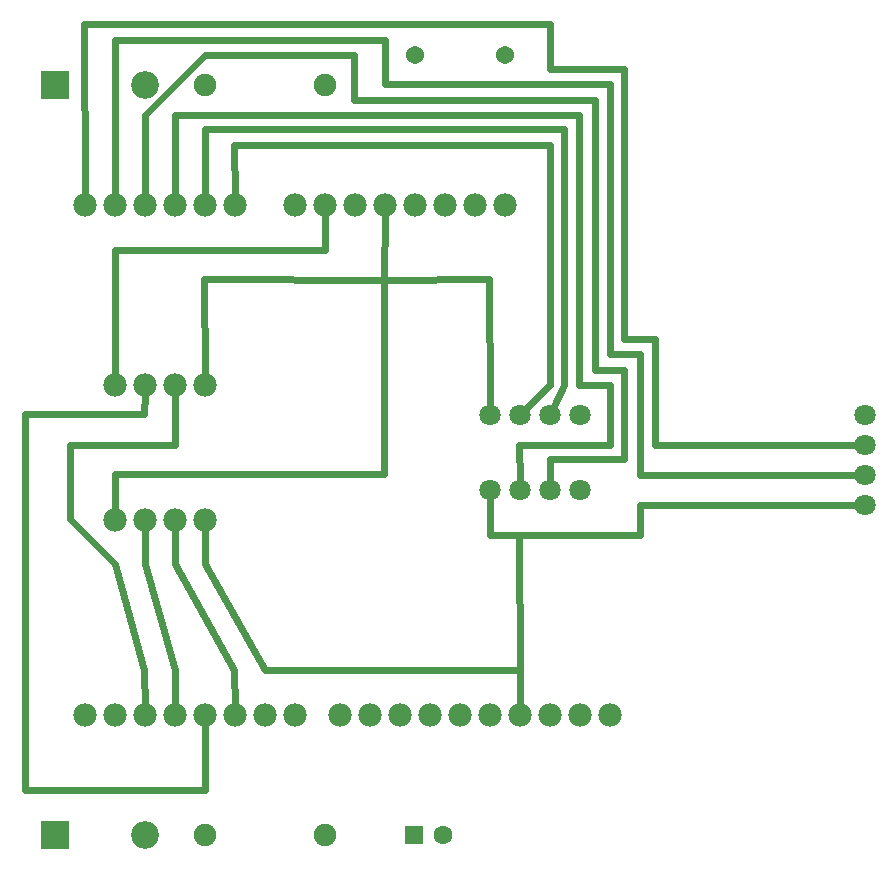
<source format=gbl>
G04 MADE WITH FRITZING*
G04 WWW.FRITZING.ORG*
G04 DOUBLE SIDED*
G04 HOLES PLATED*
G04 CONTOUR ON CENTER OF CONTOUR VECTOR*
%ASAXBY*%
%FSLAX23Y23*%
%MOIN*%
%OFA0B0*%
%SFA1.0B1.0*%
%ADD10C,0.078000*%
%ADD11C,0.060444*%
%ADD12C,0.062992*%
%ADD13C,0.092000*%
%ADD14C,0.075000*%
%ADD15C,0.071000*%
%ADD16C,0.070972*%
%ADD17R,0.062992X0.062992*%
%ADD18R,0.092000X0.092000*%
%ADD19C,0.024000*%
%LNCOPPER0*%
G90*
G70*
G54D10*
X2052Y660D03*
X1952Y660D03*
X1852Y660D03*
X1752Y660D03*
X1652Y660D03*
X1552Y660D03*
X1452Y660D03*
X1352Y660D03*
X1252Y660D03*
X1152Y660D03*
X1002Y660D03*
X902Y660D03*
X802Y660D03*
X702Y660D03*
X602Y660D03*
X502Y660D03*
X402Y660D03*
X302Y660D03*
X1702Y2360D03*
X1602Y2360D03*
X1502Y2360D03*
X1402Y2360D03*
X1302Y2360D03*
X1202Y2360D03*
X1102Y2360D03*
X1002Y2360D03*
X802Y2360D03*
X702Y2360D03*
X602Y2360D03*
X502Y2360D03*
X402Y2360D03*
X302Y2360D03*
G54D11*
X1402Y2860D03*
X1702Y2860D03*
G54D12*
X1399Y260D03*
X1498Y260D03*
G54D13*
X202Y260D03*
X502Y260D03*
X202Y2760D03*
X502Y2760D03*
G54D14*
X702Y260D03*
X1102Y260D03*
X702Y2760D03*
X1102Y2760D03*
G54D15*
X1952Y1410D03*
X1852Y1410D03*
G54D16*
X1752Y1410D03*
X1652Y1410D03*
G54D15*
X1952Y1410D03*
X1852Y1410D03*
G54D16*
X1752Y1410D03*
X1652Y1410D03*
G54D15*
X2902Y1660D03*
X2902Y1560D03*
G54D16*
X2902Y1460D03*
X2902Y1360D03*
G54D15*
X2902Y1660D03*
X2902Y1560D03*
G54D16*
X2902Y1460D03*
X2902Y1360D03*
G54D15*
X1652Y1660D03*
X1752Y1660D03*
G54D16*
X1852Y1660D03*
X1952Y1660D03*
G54D15*
X1652Y1660D03*
X1752Y1660D03*
G54D16*
X1852Y1660D03*
X1952Y1660D03*
G54D10*
X702Y1310D03*
X602Y1310D03*
X502Y1310D03*
X402Y1310D03*
X702Y1310D03*
X602Y1310D03*
X502Y1310D03*
X402Y1310D03*
X402Y1760D03*
X502Y1760D03*
X602Y1760D03*
X702Y1760D03*
X402Y1760D03*
X502Y1760D03*
X602Y1760D03*
X702Y1760D03*
G54D17*
X1399Y260D03*
G54D18*
X202Y260D03*
X202Y2760D03*
G54D19*
X603Y810D02*
X502Y1161D01*
D02*
X502Y1161D02*
X502Y1280D01*
D02*
X602Y690D02*
X603Y810D01*
D02*
X603Y1161D02*
X602Y1280D01*
D02*
X801Y810D02*
X603Y1161D01*
D02*
X802Y690D02*
X801Y810D01*
D02*
X1752Y810D02*
X1752Y690D01*
D02*
X902Y810D02*
X1752Y810D01*
D02*
X703Y1161D02*
X902Y810D01*
D02*
X702Y1280D02*
X703Y1161D01*
D02*
X1653Y1260D02*
X1652Y1380D01*
D02*
X1750Y1260D02*
X1653Y1260D01*
D02*
X1752Y810D02*
X1750Y1260D01*
D02*
X2153Y1260D02*
X2153Y1360D01*
D02*
X2153Y1360D02*
X2871Y1360D01*
D02*
X1750Y1260D02*
X2153Y1260D01*
D02*
X501Y810D02*
X402Y1161D01*
D02*
X402Y1161D02*
X252Y1311D01*
D02*
X252Y1311D02*
X252Y1560D01*
D02*
X603Y1560D02*
X602Y1730D01*
D02*
X252Y1560D02*
X603Y1560D01*
D02*
X502Y690D02*
X501Y810D01*
D02*
X703Y409D02*
X103Y409D01*
D02*
X103Y409D02*
X103Y1661D01*
D02*
X501Y1661D02*
X502Y1730D01*
D02*
X103Y1661D02*
X501Y1661D01*
D02*
X702Y630D02*
X703Y409D01*
D02*
X1102Y2209D02*
X402Y2209D01*
D02*
X402Y2209D02*
X402Y1790D01*
D02*
X1102Y2330D02*
X1102Y2209D01*
D02*
X701Y2112D02*
X702Y1790D01*
D02*
X1301Y2109D02*
X701Y2112D01*
D02*
X1302Y2330D02*
X1301Y2109D01*
D02*
X1301Y1462D02*
X402Y1462D01*
D02*
X402Y1462D02*
X402Y1340D01*
D02*
X1301Y2109D02*
X1301Y1462D01*
D02*
X1651Y2112D02*
X1652Y1691D01*
D02*
X1301Y2109D02*
X1651Y2112D01*
D02*
X2203Y1559D02*
X2871Y1560D01*
D02*
X2203Y1912D02*
X2203Y1559D01*
D02*
X2101Y1912D02*
X2203Y1912D01*
D02*
X2101Y2811D02*
X2101Y1912D01*
D02*
X1853Y2811D02*
X2101Y2811D01*
D02*
X1853Y2961D02*
X1853Y2811D01*
D02*
X301Y2961D02*
X1853Y2961D01*
D02*
X302Y2390D02*
X301Y2961D01*
D02*
X2152Y1460D02*
X2152Y1861D01*
D02*
X2152Y1861D02*
X2053Y1861D01*
D02*
X2053Y1861D02*
X2053Y2761D01*
D02*
X2053Y2761D02*
X1303Y2761D01*
D02*
X1303Y2761D02*
X1303Y2910D01*
D02*
X1303Y2910D02*
X403Y2910D01*
D02*
X403Y2910D02*
X402Y2390D01*
D02*
X2871Y1460D02*
X2152Y1460D01*
D02*
X1751Y1559D02*
X2053Y1559D01*
D02*
X2053Y1559D02*
X2053Y1759D01*
D02*
X2053Y1759D02*
X1951Y1759D01*
D02*
X1951Y1759D02*
X1951Y2659D01*
D02*
X1951Y2659D02*
X603Y2659D01*
D02*
X603Y2659D02*
X602Y2390D01*
D02*
X1752Y1441D02*
X1751Y1559D01*
D02*
X1853Y1511D02*
X2101Y1511D01*
D02*
X2101Y1511D02*
X2101Y1810D01*
D02*
X2101Y1810D02*
X2002Y1810D01*
D02*
X2002Y1810D02*
X2002Y2710D01*
D02*
X2002Y2710D02*
X1201Y2710D01*
D02*
X1201Y2710D02*
X1201Y2859D01*
D02*
X1201Y2859D02*
X702Y2859D01*
D02*
X702Y2859D02*
X502Y2659D01*
D02*
X502Y2659D02*
X502Y2390D01*
D02*
X1852Y1441D02*
X1853Y1511D01*
D02*
X1901Y1759D02*
X1901Y2611D01*
D02*
X1901Y2611D02*
X702Y2611D01*
D02*
X702Y2611D02*
X702Y2390D01*
D02*
X1866Y1688D02*
X1901Y1759D01*
D02*
X1853Y1759D02*
X1853Y2560D01*
D02*
X1853Y2560D02*
X801Y2560D01*
D02*
X801Y2560D02*
X802Y2390D01*
D02*
X1774Y1682D02*
X1853Y1759D01*
G04 End of Copper0*
M02*
</source>
